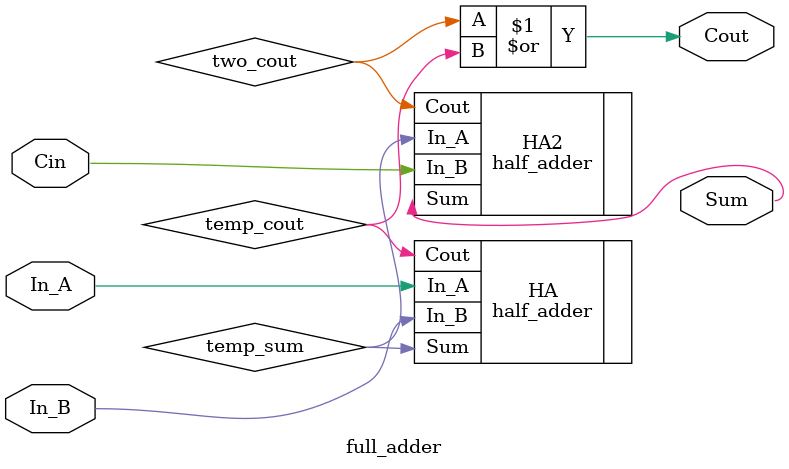
<source format=v>
`timescale 1ns / 1ps


module full_adder(
In_A, In_B, Cin, Sum, Cout
    );
    input In_A, In_B, Cin;
    output Sum, Cout;
    
    // implement full subtractor circuit, your code starts from here.
    // use half subtractor in this module, fulfill I/O ports connection.
    half_adder HA (
        .In_A(In_A), 
        .In_B(In_B), 
        .Sum(temp_sum), 
        .Cout(temp_cout)
    );
    wire temp_sum, temp_cout,two_cout;
    half_adder HA2 (
        .In_A(temp_sum), 
        .In_B(Cin), 
        .Sum(Sum), 
        .Cout(two_cout)
    );
    or(Cout,two_cout,temp_cout);
endmodule

</source>
